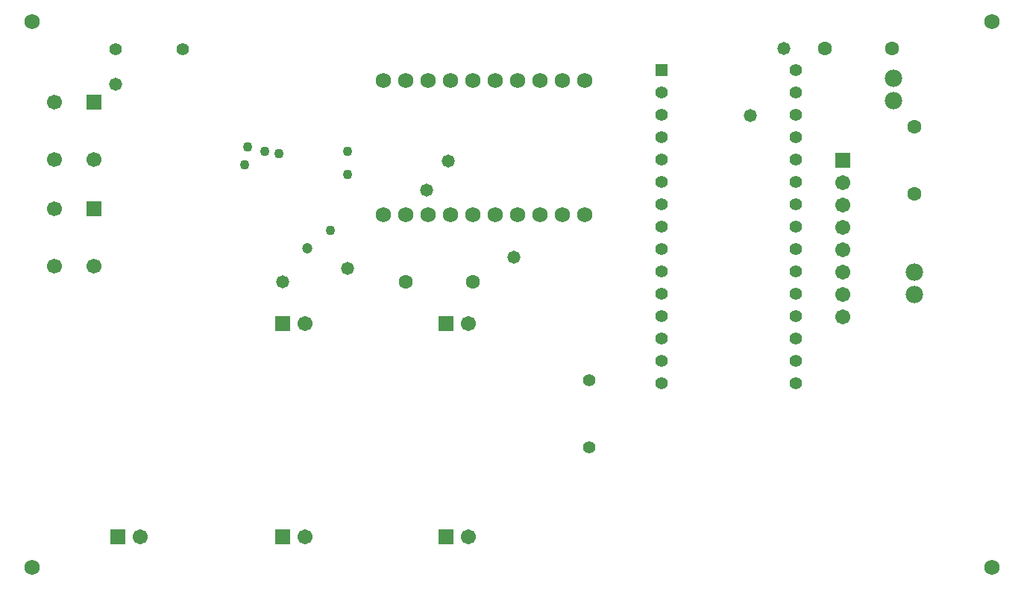
<source format=gbs>
G04*
G04 #@! TF.GenerationSoftware,Altium Limited,Altium Designer,22.5.1 (42)*
G04*
G04 Layer_Color=16711935*
%FSLAX44Y44*%
%MOMM*%
G71*
G04*
G04 #@! TF.SameCoordinates,59833303-F81C-41AE-A648-6339ECF52ADC*
G04*
G04*
G04 #@! TF.FilePolarity,Negative*
G04*
G01*
G75*
%ADD17C,1.4032*%
%ADD18C,1.2032*%
%ADD19C,1.7012*%
%ADD20R,1.7012X1.7012*%
%ADD21C,1.7032*%
%ADD22R,1.7032X1.7032*%
%ADD23C,1.6032*%
%ADD24C,1.7272*%
%ADD25C,1.4140*%
%ADD26R,1.4140X1.4140*%
%ADD27R,1.7032X1.7032*%
%ADD28C,1.9812*%
%ADD29C,1.4732*%
%ADD30C,1.1032*%
D17*
X116840Y609600D02*
D03*
X193040D02*
D03*
X654050Y157480D02*
D03*
Y233680D02*
D03*
D18*
X334141Y383381D02*
D03*
D19*
X92350Y363740D02*
D03*
X47350D02*
D03*
Y428740D02*
D03*
X92350Y484390D02*
D03*
X47350D02*
D03*
Y549390D02*
D03*
D20*
X92350Y428740D02*
D03*
Y549390D02*
D03*
D21*
X331868Y298362D02*
D03*
X144780Y55880D02*
D03*
X331470D02*
D03*
X516890D02*
D03*
Y298450D02*
D03*
X942340Y458470D02*
D03*
Y433070D02*
D03*
Y407670D02*
D03*
Y382270D02*
D03*
Y356870D02*
D03*
Y331470D02*
D03*
Y306070D02*
D03*
D22*
X306468Y298362D02*
D03*
X119380Y55880D02*
D03*
X306070D02*
D03*
X491490D02*
D03*
Y298450D02*
D03*
D23*
X445770Y345440D02*
D03*
X521970D02*
D03*
X1023620Y521970D02*
D03*
Y445770D02*
D03*
X998220Y610870D02*
D03*
X922020D02*
D03*
D24*
X1111590Y21350D02*
D03*
Y641350D02*
D03*
X21590Y21350D02*
D03*
Y641350D02*
D03*
X420370Y574040D02*
D03*
X445770D02*
D03*
X471170D02*
D03*
X496570D02*
D03*
X521970D02*
D03*
X547370D02*
D03*
X572770D02*
D03*
X598170D02*
D03*
X623570D02*
D03*
X648970D02*
D03*
Y421640D02*
D03*
X623570D02*
D03*
X598170D02*
D03*
X572770D02*
D03*
X547370D02*
D03*
X521970D02*
D03*
X496570D02*
D03*
X471170D02*
D03*
X445770D02*
D03*
X420370D02*
D03*
D25*
X736600Y382905D02*
D03*
Y357505D02*
D03*
Y332105D02*
D03*
Y306705D02*
D03*
Y255905D02*
D03*
Y230505D02*
D03*
X889000D02*
D03*
X736600Y281305D02*
D03*
X889000Y509905D02*
D03*
Y586105D02*
D03*
Y560705D02*
D03*
Y535305D02*
D03*
Y484505D02*
D03*
Y459105D02*
D03*
Y433705D02*
D03*
Y408305D02*
D03*
Y382905D02*
D03*
Y357505D02*
D03*
Y332105D02*
D03*
Y306705D02*
D03*
Y281305D02*
D03*
Y255905D02*
D03*
X736600Y408305D02*
D03*
Y433705D02*
D03*
Y459105D02*
D03*
Y484505D02*
D03*
Y509905D02*
D03*
Y535305D02*
D03*
Y560705D02*
D03*
D26*
Y586105D02*
D03*
D27*
X942340Y483870D02*
D03*
D28*
X1023620Y356870D02*
D03*
Y331470D02*
D03*
X999490Y576580D02*
D03*
Y551180D02*
D03*
D29*
X116840Y570230D02*
D03*
X306070Y345440D02*
D03*
X379730Y360680D02*
D03*
X568960Y373380D02*
D03*
X469900Y449580D02*
D03*
X836930Y534670D02*
D03*
X494030Y482600D02*
D03*
X875030Y610870D02*
D03*
D30*
X379730Y467360D02*
D03*
X360680Y403860D02*
D03*
X379730Y494030D02*
D03*
X266700Y499110D02*
D03*
X285750Y494030D02*
D03*
X302260Y491490D02*
D03*
X262890Y478790D02*
D03*
M02*

</source>
